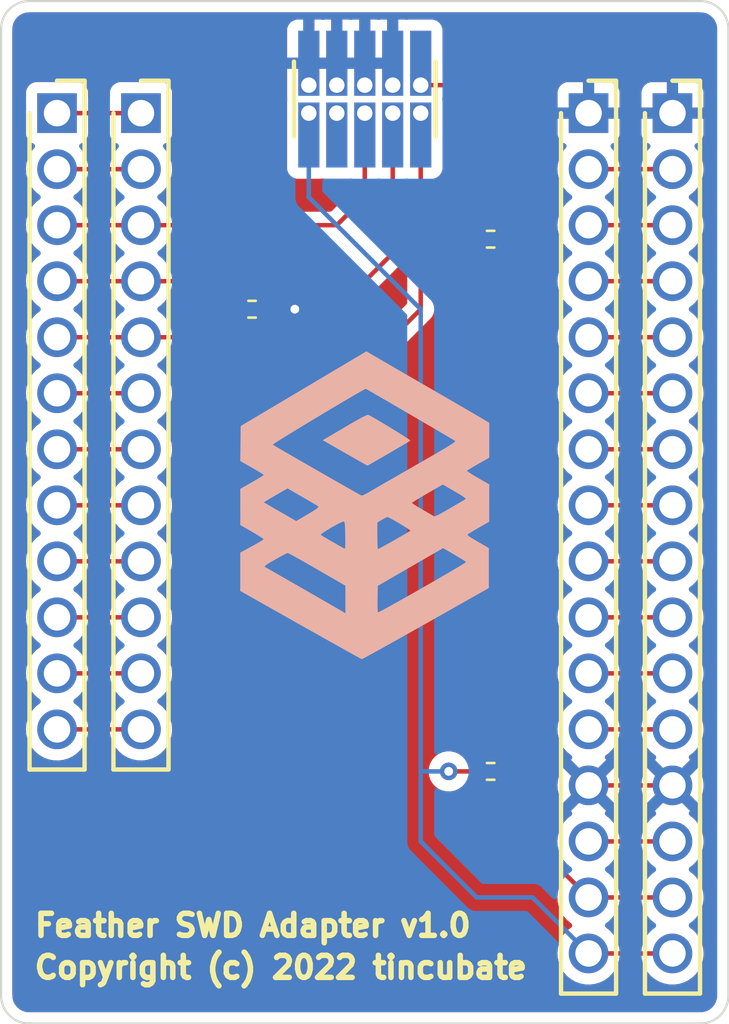
<source format=kicad_pcb>
(kicad_pcb (version 20211014) (generator pcbnew)
  (title_block (title "Feather SWD Adapter") (date "2022-10-18") (rev "0.1") (company "tincubate") (comment 1 "Designed by: Joe Deu-Ngoc"))
  (layers (0 "F.Cu" signal) (31 "B.Cu" signal) (34 "B.Paste" user) (35 "F.Paste" user) (36 "B.SilkS" user "B.Silkscreen") (37 "F.SilkS" user "F.Silkscreen") (38 "B.Mask" user) (39 "F.Mask" user) (44 "Edge.Cuts" user))
  (net 0 "")
  (net 1 "+3.3V")
  (net 2 "SWDIO")
  (net 3 "GND")
  (net 4 "SWDCK")
  (net 5 "SWO")
  (net 7 "Net-(J100-Pad10)")
  (net 8 "Net-(J101-Pad1)")
  (net 9 "Net-(J101-Pad2)")
  (net 10 "Net-(J101-Pad8)")
  (net 11 "Net-(J101-Pad9)")
  (net 12 "Net-(J101-Pad6)")
  (net 13 "Net-(J101-Pad7)")
  (net 14 "Net-(J101-Pad11)")
  (net 15 "Net-(J101-Pad12)")
  (net 16 "Net-(J103-Pad3)")
  (net 17 "Net-(J103-Pad5)")
  (net 18 "Net-(J103-Pad6)")
  (net 19 "Net-(J103-Pad7)")
  (net 20 "Net-(J103-Pad8)")
  (net 21 "Net-(J103-Pad9)")
  (net 22 "Net-(J103-Pad10)")
  (net 23 "Net-(J103-Pad11)")
  (net 24 "Net-(J103-Pad12)")
  (net 25 "Net-(J101-Pad10)")
  (net 26 "Net-(J103-Pad2)")
  (net 27 "Net-(J103-Pad4)")
  (net 28 "Net-(J103-Pad14)")
  (footprint "Tincubate_Footprints:CONN_SWD_SMT_TH" (layer "F.Cu") (at 145.415 80.645 180)
    (fp_text reference "J100" hide)
    (fp_text value "M50-3600542R" hide)
    (fp_line (start -3.215 1.7) (end -3.215 -1.7) (layer "F.SilkS") (width 0.2))
    (fp_line (start 3.215 1.7) (end 3.215 -1.7) (layer "F.SilkS") (width 0.2))
    (pad "1" thru_hole rect (at -2.54 0.635 180) (size 0.96 2.945) (drill 0.7 (offset 0 0.9925)) (layers *.Cu *.Paste *.Mask) (net 1 "+3.3V"))
    (pad "2" thru_hole rect (at -2.54 -0.635 180) (size 0.96 2.945) (drill 0.7 (offset 0 -0.9925)) (layers *.Cu *.Paste *.Mask) (net 2 "SWDIO"))
    (pad "3" thru_hole rect (at -1.27 0.635 180) (size 0.96 2.945) (drill 0.7 (offset 0 0.9925)) (layers *.Cu *.Paste *.Mask) (net 3 "GND"))
    (pad "4" thru_hole rect (at -1.27 -0.635 180) (size 0.96 2.945) (drill 0.7 (offset 0 -0.9925)) (layers *.Cu *.Paste *.Mask) (net 4 "SWDCK"))
    (pad "5" thru_hole rect (at 0 0.635 180) (size 0.96 2.945) (drill 0.7 (offset 0 0.9925)) (layers *.Cu *.Paste *.Mask) (net 3 "GND"))
    (pad "6" thru_hole rect (at 0 -0.635 180) (size 0.96 2.945) (drill 0.7 (offset 0 -0.9925)) (layers *.Cu *.Paste *.Mask) (net 5 "SWO"))
    (pad "7" thru_hole rect (at 1.27 0.635 180) (size 0.96 2.945) (drill 0.7 (offset 0 0.9925)) (layers *.Cu *.Paste *.Mask) (net 3 "GND"))
    (pad "8" thru_hole rect (at 1.27 -0.635 180) (size 0.96 2.945) (drill 0.7 (offset 0 -0.9925)) (layers *.Cu *.Paste *.Mask))
    (pad "9" thru_hole rect (at 2.54 0.635 180) (size 0.96 2.945) (drill 0.7 (offset 0 0.9925)) (layers *.Cu *.Paste *.Mask) (net 3 "GND"))
    (pad "10" thru_hole rect (at 2.54 -0.635 180) (size 0.96 2.945) (drill 0.7 (offset 0 -0.9925)) (layers *.Cu *.Paste *.Mask) (net 7 "Net-(J100-Pad10)"))
  )
  (footprint "Resistor_SMD:R_0402_1005Metric_Pad0.72x0.64mm_HandSolder" (layer "F.Cu") (at 151.13 86.995)
    (fp_text reference "R101" hide)
    (fp_text value "100k" hide)
    (fp_line (start -0.167621 -0.38) (end 0.167621 -0.38) (layer "F.SilkS") (width 0.12))
    (fp_line (start -0.167621 0.38) (end 0.167621 0.38) (layer "F.SilkS") (width 0.12))
    (pad "1" smd roundrect (at -0.5975 0) (size 0.715 0.64) (layers "F.Cu" "F.Paste" "F.Mask") (net 2 "SWDIO"))
    (pad "2" smd roundrect (at 0.5975 0) (size 0.715 0.64) (layers "F.Cu" "F.Paste" "F.Mask") (net 1 "+3.3V"))
  )
  (footprint "Resistor_SMD:R_0402_1005Metric_Pad0.72x0.64mm_HandSolder" (layer "F.Cu") (at 151.13 111.125)
    (fp_text reference "R102" hide)
    (fp_text value "100k" hide)
    (fp_line (start -0.167621 -0.38) (end 0.167621 -0.38) (layer "F.SilkS") (width 0.12))
    (fp_line (start -0.167621 0.38) (end 0.167621 0.38) (layer "F.SilkS") (width 0.12))
    (pad "1" smd roundrect (at -0.5975 0) (size 0.715 0.64) (layers "F.Cu" "F.Paste" "F.Mask") (net 7 "Net-(J100-Pad10)"))
    (pad "2" smd roundrect (at 0.5975 0) (size 0.715 0.64) (layers "F.Cu" "F.Paste" "F.Mask") (net 1 "+3.3V"))
  )
  (footprint "Tincubate_Footprints:CONN_HDR_16M" (layer "F.Cu") (at 159.385 81.28 -90)
    (fp_text reference "J104" hide)
    (fp_text value "CONN_HDR_1x16" hide)
    (fp_line (start 0 1.25) (end 39.92 1.25) (layer "F.SilkS") (width 0.2))
    (fp_line (start -1.47 -1.25) (end -1.47 0) (layer "F.SilkS") (width 0.2))
    (fp_line (start 39.92 -1.25) (end -1.47 -1.25) (layer "F.SilkS") (width 0.2))
    (fp_line (start 39.92 1.25) (end 39.92 -1.25) (layer "F.SilkS") (width 0.2))
    (pad "1" thru_hole rect (at 0 0 270) (size 1.8 1.8) (drill 1.2) (layers *.Cu *.Mask) (net 3 "GND"))
    (pad "2" thru_hole circle (at 2.54 0 270) (size 1.8 1.8) (drill 1.2) (layers *.Cu *.Mask) (net 26 "Net-(J103-Pad2)"))
    (pad "3" thru_hole circle (at 5.08 0 270) (size 1.8 1.8) (drill 1.2) (layers *.Cu *.Mask) (net 16 "Net-(J103-Pad3)"))
    (pad "4" thru_hole circle (at 7.62 0 270) (size 1.8 1.8) (drill 1.2) (layers *.Cu *.Mask) (net 27 "Net-(J103-Pad4)"))
    (pad "5" thru_hole circle (at 10.16 0 270) (size 1.8 1.8) (drill 1.2) (layers *.Cu *.Mask) (net 17 "Net-(J103-Pad5)"))
    (pad "6" thru_hole circle (at 12.7 0 270) (size 1.8 1.8) (drill 1.2) (layers *.Cu *.Mask) (net 18 "Net-(J103-Pad6)"))
    (pad "7" thru_hole circle (at 15.24 0 270) (size 1.8 1.8) (drill 1.2) (layers *.Cu *.Mask) (net 19 "Net-(J103-Pad7)"))
    (pad "8" thru_hole circle (at 17.78 0 270) (size 1.8 1.8) (drill 1.2) (layers *.Cu *.Mask) (net 20 "Net-(J103-Pad8)"))
    (pad "9" thru_hole circle (at 20.32 0 270) (size 1.8 1.8) (drill 1.2) (layers *.Cu *.Mask) (net 21 "Net-(J103-Pad9)"))
    (pad "10" thru_hole circle (at 22.86 0 270) (size 1.8 1.8) (drill 1.2) (layers *.Cu *.Mask) (net 22 "Net-(J103-Pad10)"))
    (pad "11" thru_hole circle (at 25.4 0 270) (size 1.8 1.8) (drill 1.2) (layers *.Cu *.Mask) (net 23 "Net-(J103-Pad11)"))
    (pad "12" thru_hole circle (at 27.94 0 270) (size 1.8 1.8) (drill 1.2) (layers *.Cu *.Mask) (net 24 "Net-(J103-Pad12)"))
    (pad "13" thru_hole circle (at 30.48 0 270) (size 1.8 1.8) (drill 1.2) (layers *.Cu *.Mask) (net 3 "GND"))
    (pad "14" thru_hole circle (at 33.02 0 270) (size 1.8 1.8) (drill 1.2) (layers *.Cu *.Mask) (net 28 "Net-(J103-Pad14)"))
    (pad "15" thru_hole circle (at 35.56 0 270) (size 1.8 1.8) (drill 1.2) (layers *.Cu *.Mask) (net 1 "+3.3V"))
    (pad "16" thru_hole circle (at 38.1 0 270) (size 1.8 1.8) (drill 1.2) (layers *.Cu *.Mask) (net 7 "Net-(J100-Pad10)"))
  )
  (footprint "Tincubate_Footprints:CONN_HDR_16F" (layer "F.Cu") (at 155.575 81.28 -90)
    (fp_text reference "J103" hide)
    (fp_text value "CONN_HDR_1x16" hide)
    (fp_line (start -1.47 -1.25) (end -1.47 0) (layer "F.SilkS") (width 0.2))
    (fp_line (start 39.92 -1.25) (end -1.47 -1.25) (layer "F.SilkS") (width 0.2))
    (fp_line (start 0 1.25) (end 39.92 1.25) (layer "F.SilkS") (width 0.2))
    (fp_line (start 39.92 1.25) (end 39.92 -1.25) (layer "F.SilkS") (width 0.2))
    (pad "1" thru_hole rect (at 0 0 270) (size 1.8 1.8) (drill 1.2) (layers *.Cu *.Mask) (net 3 "GND"))
    (pad "2" thru_hole circle (at 2.54 0 270) (size 1.8 1.8) (drill 1.2) (layers *.Cu *.Mask) (net 26 "Net-(J103-Pad2)"))
    (pad "3" thru_hole circle (at 5.08 0 270) (size 1.8 1.8) (drill 1.2) (layers *.Cu *.Mask) (net 16 "Net-(J103-Pad3)"))
    (pad "4" thru_hole circle (at 7.62 0 270) (size 1.8 1.8) (drill 1.2) (layers *.Cu *.Mask) (net 27 "Net-(J103-Pad4)"))
    (pad "5" thru_hole circle (at 10.16 0 270) (size 1.8 1.8) (drill 1.2) (layers *.Cu *.Mask) (net 17 "Net-(J103-Pad5)"))
    (pad "6" thru_hole circle (at 12.7 0 270) (size 1.8 1.8) (drill 1.2) (layers *.Cu *.Mask) (net 18 "Net-(J103-Pad6)"))
    (pad "7" thru_hole circle (at 15.24 0 270) (size 1.8 1.8) (drill 1.2) (layers *.Cu *.Mask) (net 19 "Net-(J103-Pad7)"))
    (pad "8" thru_hole circle (at 17.78 0 270) (size 1.8 1.8) (drill 1.2) (layers *.Cu *.Mask) (net 20 "Net-(J103-Pad8)"))
    (pad "9" thru_hole circle (at 20.32 0 270) (size 1.8 1.8) (drill 1.2) (layers *.Cu *.Mask) (net 21 "Net-(J103-Pad9)"))
    (pad "10" thru_hole circle (at 22.86 0 270) (size 1.8 1.8) (drill 1.2) (layers *.Cu *.Mask) (net 22 "Net-(J103-Pad10)"))
    (pad "11" thru_hole circle (at 25.4 0 270) (size 1.8 1.8) (drill 1.2) (layers *.Cu *.Mask) (net 23 "Net-(J103-Pad11)"))
    (pad "12" thru_hole circle (at 27.94 0 270) (size 1.8 1.8) (drill 1.2) (layers *.Cu *.Mask) (net 24 "Net-(J103-Pad12)"))
    (pad "13" thru_hole circle (at 30.48 0 270) (size 1.8 1.8) (drill 1.2) (layers *.Cu *.Mask) (net 3 "GND"))
    (pad "14" thru_hole circle (at 33.02 0 270) (size 1.8 1.8) (drill 1.2) (layers *.Cu *.Mask) (net 28 "Net-(J103-Pad14)"))
    (pad "15" thru_hole circle (at 35.56 0 270) (size 1.8 1.8) (drill 1.2) (layers *.Cu *.Mask) (net 1 "+3.3V"))
    (pad "16" thru_hole circle (at 38.1 0 270) (size 1.8 1.8) (drill 1.2) (layers *.Cu *.Mask) (net 7 "Net-(J100-Pad10)"))
  )
  (footprint "Resistor_SMD:R_0402_1005Metric_Pad0.72x0.64mm_HandSolder" (layer "F.Cu") (at 140.2975 90.17 180)
    (fp_text reference "R100" hide)
    (fp_text value "100k" hide)
    (fp_line (start -0.167621 -0.38) (end 0.167621 -0.38) (layer "F.SilkS") (width 0.12))
    (fp_line (start -0.167621 0.38) (end 0.167621 0.38) (layer "F.SilkS") (width 0.12))
    (pad "1" smd roundrect (at -0.5975 0 180) (size 0.715 0.64) (layers "F.Cu" "F.Paste" "F.Mask") (net 3 "GND"))
    (pad "2" smd roundrect (at 0.5975 0 180) (size 0.715 0.64) (layers "F.Cu" "F.Paste" "F.Mask") (net 4 "SWDCK"))
  )
  (footprint "Tincubate_Footprints:CONN_HDR_12F" (layer "F.Cu") (at 135.255 81.28 -90)
    (fp_text reference "J101" hide)
    (fp_text value "CONN_HDR_1x12" hide)
    (fp_line (start -1.47 -1.25) (end -1.47 0) (layer "F.SilkS") (width 0.2))
    (fp_line (start 0 1.25) (end 29.76 1.25) (layer "F.SilkS") (width 0.2))
    (fp_line (start 29.76 -1.25) (end -1.47 -1.25) (layer "F.SilkS") (width 0.2))
    (fp_line (start 29.76 1.25) (end 29.76 -1.25) (layer "F.SilkS") (width 0.2))
    (pad "1" thru_hole rect (at 0 0 270) (size 1.8 1.8) (drill 1.2) (layers *.Cu *.Mask) (net 8 "Net-(J101-Pad1)"))
    (pad "2" thru_hole circle (at 2.54 0 270) (size 1.8 1.8) (drill 1.2) (layers *.Cu *.Mask) (net 9 "Net-(J101-Pad2)"))
    (pad "3" thru_hole circle (at 5.08 0 270) (size 1.8 1.8) (drill 1.2) (layers *.Cu *.Mask) (net 5 "SWO"))
    (pad "4" thru_hole circle (at 7.62 0 270) (size 1.8 1.8) (drill 1.2) (layers *.Cu *.Mask) (net 4 "SWDCK"))
    (pad "5" thru_hole circle (at 10.16 0 270) (size 1.8 1.8) (drill 1.2) (layers *.Cu *.Mask) (net 2 "SWDIO"))
    (pad "6" thru_hole circle (at 12.7 0 270) (size 1.8 1.8) (drill 1.2) (layers *.Cu *.Mask) (net 12 "Net-(J101-Pad6)"))
    (pad "7" thru_hole circle (at 15.24 0 270) (size 1.8 1.8) (drill 1.2) (layers *.Cu *.Mask) (net 13 "Net-(J101-Pad7)"))
    (pad "8" thru_hole circle (at 17.78 0 270) (size 1.8 1.8) (drill 1.2) (layers *.Cu *.Mask) (net 10 "Net-(J101-Pad8)"))
    (pad "9" thru_hole circle (at 20.32 0 270) (size 1.8 1.8) (drill 1.2) (layers *.Cu *.Mask) (net 11 "Net-(J101-Pad9)"))
    (pad "10" thru_hole circle (at 22.86 0 270) (size 1.8 1.8) (drill 1.2) (layers *.Cu *.Mask) (net 25 "Net-(J101-Pad10)"))
    (pad "11" thru_hole circle (at 25.4 0 270) (size 1.8 1.8) (drill 1.2) (layers *.Cu *.Mask) (net 14 "Net-(J101-Pad11)"))
    (pad "12" thru_hole circle (at 27.94 0 270) (size 1.8 1.8) (drill 1.2) (layers *.Cu *.Mask) (net 15 "Net-(J101-Pad12)"))
  )
  (footprint "Tincubate_Footprints:CONN_HDR_12M" (layer "F.Cu") (at 131.445 81.28 -90)
    (fp_text reference "J102" hide)
    (fp_text value "CONN_HDR_1x12" hide)
    (fp_line (start 0 1.25) (end 29.76 1.25) (layer "F.SilkS") (width 0.2))
    (fp_line (start 29.76 1.25) (end 29.76 -1.25) (layer "F.SilkS") (width 0.2))
    (fp_line (start -1.47 -1.25) (end -1.47 0) (layer "F.SilkS") (width 0.2))
    (fp_line (start 29.76 -1.25) (end -1.47 -1.25) (layer "F.SilkS") (width 0.2))
    (pad "1" thru_hole rect (at 0 0 270) (size 1.8 1.8) (drill 1.2) (layers *.Cu *.Mask) (net 8 "Net-(J101-Pad1)"))
    (pad "2" thru_hole circle (at 2.54 0 270) (size 1.8 1.8) (drill 1.2) (layers *.Cu *.Mask) (net 9 "Net-(J101-Pad2)"))
    (pad "3" thru_hole circle (at 5.08 0 270) (size 1.8 1.8) (drill 1.2) (layers *.Cu *.Mask) (net 5 "SWO"))
    (pad "4" thru_hole circle (at 7.62 0 270) (size 1.8 1.8) (drill 1.2) (layers *.Cu *.Mask) (net 4 "SWDCK"))
    (pad "5" thru_hole circle (at 10.16 0 270) (size 1.8 1.8) (drill 1.2) (layers *.Cu *.Mask) (net 2 "SWDIO"))
    (pad "6" thru_hole circle (at 12.7 0 270) (size 1.8 1.8) (drill 1.2) (layers *.Cu *.Mask) (net 12 "Net-(J101-Pad6)"))
    (pad "7" thru_hole circle (at 15.24 0 270) (size 1.8 1.8) (drill 1.2) (layers *.Cu *.Mask) (net 13 "Net-(J101-Pad7)"))
    (pad "8" thru_hole circle (at 17.78 0 270) (size 1.8 1.8) (drill 1.2) (layers *.Cu *.Mask) (net 10 "Net-(J101-Pad8)"))
    (pad "9" thru_hole circle (at 20.32 0 270) (size 1.8 1.8) (drill 1.2) (layers *.Cu *.Mask) (net 11 "Net-(J101-Pad9)"))
    (pad "10" thru_hole circle (at 22.86 0 270) (size 1.8 1.8) (drill 1.2) (layers *.Cu *.Mask) (net 25 "Net-(J101-Pad10)"))
    (pad "11" thru_hole circle (at 25.4 0 270) (size 1.8 1.8) (drill 1.2) (layers *.Cu *.Mask) (net 14 "Net-(J101-Pad11)"))
    (pad "12" thru_hole circle (at 27.94 0 270) (size 1.8 1.8) (drill 1.2) (layers *.Cu *.Mask) (net 15 "Net-(J101-Pad12)"))
  )
  (footprint "Tincubate_Footprints:tincubate_large" (layer "B.Cu") (at 145.415 99.06 180)
    (fp_text reference "G***" hide)
    (fp_text value "LOGO" hide)
    (fp_poly (pts (xy -0.097804 4.093011) (xy 0.014555 4.041723) (xy 0.18389 3.953674) (xy 0.4064 3.830893) (xy 0.678286 3.675407) (xy 0.910318 3.53973) (xy 1.909342 2.950901) (xy 0.89746 2.373044) (xy 0.645523 2.229371) (xy 0.415852 2.09878) (xy 0.216582 1.985867) (xy 0.055847 1.895225) (xy -0.058218 1.83145) (xy -0.11748 1.799136) (xy -0.124054 1.796049) (xy -0.15824 1.814663) (xy -0.250134 1.866849) (xy -0.391387 1.947808) (xy -0.573651 2.052742) (xy -0.78858 2.176851) (xy -1.027825 2.315336) (xy -1.085608 2.34883) (xy -1.330937 2.491538) (xy -1.55512 2.622839) (xy -1.749509 2.737597) (xy -1.905456 2.830676) (xy -2.014314 2.89694) (xy -2.067435 2.931253) (xy -2.07068 2.933898) (xy -2.04585 2.958715) (xy -1.964789 3.016174) (xy -1.837208 3.100351) (xy -1.67282 3.205326) (xy -1.481335 3.325174) (xy -1.272466 3.453975) (xy -1.055924 3.585807) (xy -0.84142 3.714746) (xy -0.638667 3.834871) (xy -0.457376 3.940259) (xy -0.307259 4.024988) (xy -0.198027 4.083137) (xy -0.149391 4.10551)) (layer "B.SilkS") (width 0) (fill solid))
    (fp_poly (pts (xy 2.780311 5.287698) (xy 5.633834 3.594139) (xy 5.642696 2.799701) (xy 5.651557 2.005263) (xy 5.117508 1.701488) (xy 4.937296 1.597638) (xy 4.783049 1.506187) (xy 4.665919 1.433955) (xy 4.597055 1.38776) (xy 4.583458 1.37492) (xy 4.614944 1.349341) (xy 4.701969 1.293315) (xy 4.833381 1.213653) (xy 4.99803 1.117165) (xy 5.117913 1.04847) (xy 5.652367 0.744812) (xy 5.651391 -0.076391) (xy 5.650414 -0.897594) (xy 5.117271 -1.203158) (xy 4.938158 -1.308228) (xy 4.786079 -1.402061) (xy 4.671905 -1.477572) (xy 4.606509 -1.527676) (xy 4.595324 -1.543316) (xy 4.631158 -1.572529) (xy 4.722691 -1.63047) (xy 4.858116 -1.710109) (xy 5.025625 -1.804419) (xy 5.129727 -1.861392) (xy 5.652932 -2.144875) (xy 5.652932 -3.88534) (xy 2.915445 -5.428008) (xy 2.493993 -5.665314) (xy 2.091373 -5.891635) (xy 1.71259 -6.104178) (xy 1.362652 -6.300153) (xy 1.046565 -6.476767) (xy 0.769335 -6.63123) (xy 0.535969 -6.76075) (xy 0.351473 -6.862535) (xy 0.220855 -6.933794) (xy 0.149119 -6.971735) (xy 0.136723 -6.977374) (xy 0.097988 -6.960022) (xy -0.002326 -6.907717) (xy -0.159335 -6.823165) (xy -0.368154 -6.709072) (xy -0.6239 -6.568142) (xy -0.921688 -6.403083) (xy -1.256633 -6.2166) (xy -1.623851 -6.011399) (xy -2.018459 -5.790184) (xy -2.43557 -5.555663) (xy -2.769173 -5.367623) (xy -3.606305 -4.895253) (xy 0.878496 -4.895253) (xy 1.002631 -4.820153) (xy 1.059724 -4.786634) (xy 1.176189 -4.719106) (xy 1.345121 -4.621544) (xy 1.559614 -4.497925) (xy 1.812765 -4.352224) (xy 2.097667 -4.188419) (xy 2.407416 -4.010485) (xy 2.735107 -3.822398) (xy 2.788271 -3.791898) (xy 3.115958 -3.603955) (xy 3.425047 -3.426758) (xy 3.708907 -3.264103) (xy 3.960911 -3.119784) (xy 4.174429 -2.997596) (xy 4.342832 -2.901333) (xy 4.459492 -2.834791) (xy 4.517779 -2.801764) (xy 4.521693 -2.799599) (xy 4.540859 -2.780026) (xy 4.529833 -2.751974) (xy 4.480913 -2.709691) (xy 4.386397 -2.647424) (xy 4.238584 -2.559418) (xy 4.073268 -2.464617) (xy 3.891344 -2.362601) (xy 3.730561 -2.275097) (xy 3.603553 -2.208773) (xy 3.522956 -2.170303) (xy 3.502803 -2.163412) (xy 3.459627 -2.180782) (xy 3.357946 -2.232601) (xy 3.205197 -2.314756) (xy 3.008816 -2.423132) (xy 2.776242 -2.553617) (xy 2.514912 -2.702096) (xy 2.232264 -2.864457) (xy 2.16584 -2.902857) (xy 0.878999 -3.647669) (xy 0.878748 -4.271461) (xy 0.878496 -4.895253) (xy -3.606305 -4.895253) (xy -5.633835 -3.751175) (xy -5.633835 -2.572823) (xy -4.597254 -2.572823) (xy -4.566424 -2.59792) (xy -4.475928 -2.656235) (xy -4.332776 -2.743768) (xy -4.143976 -2.856517) (xy -3.916538 -2.990483) (xy -3.65747 -3.141664) (xy -3.373781 -3.306062) (xy -3.07248 -3.479675) (xy -2.760576 -3.658502) (xy -2.445078 -3.838544) (xy -2.132995 -4.0158) (xy -1.831336 -4.18627) (xy -1.54711 -4.345953) (xy -1.287326 -4.490849) (xy -1.058992 -4.616957) (xy -0.869118 -4.720277) (xy -0.724713 -4.796809) (xy -0.632785 -4.842552) (xy -0.600549 -4.853972) (xy -0.590936 -4.807859) (xy -0.584018 -4.699285) (xy -0.580226 -4.542147) (xy -0.579994 -4.350339) (xy -0.581451 -4.239971) (xy -0.59203 -3.654094) (xy -2.074074 -2.798221) (xy -3.556118 -1.942349) (xy -4.074034 -2.243419) (xy -4.251449 -2.348082) (xy -4.403369 -2.440617) (xy -4.5184 -2.51385) (xy -4.585145 -2.560607) (xy -4.597254 -2.572823) (xy -5.633835 -2.572823) (xy -5.633835 -1.939251) (xy -5.128862 -1.647595) (xy -4.93612 -1.535149) (xy -4.802118 -1.453295) (xy -4.718718 -1.395708) (xy -4.677782 -1.356062) (xy -4.671174 -1.328031) (xy -4.689614 -1.306146) (xy -4.746294 -1.269215) (xy -4.854859 -1.203412) (xy -4.939939 -1.153252) (xy -2.069649 -1.153252) (xy -2.02816 -1.181031) (xy -1.932718 -1.23853) (xy -1.795187 -1.31903) (xy -1.627428 -1.415809) (xy -1.441303 -1.522148) (xy -1.248675 -1.631327) (xy -1.061404 -1.736627) (xy -0.891353 -1.831326) (xy -0.750385 -1.908705) (xy -0.65036 -1.962043) (xy -0.603141 -1.984622) (xy -0.601579 -1.984945) (xy -0.591842 -1.949329) (xy -0.583524 -1.850168) (xy -0.579847 -1.762518) (xy 0.883066 -1.762518) (xy 0.886288 -1.870709) (xy 0.894326 -1.933013) (xy 0.908172 -1.95959) (xy 0.928822 -1.9606) (xy 0.944383 -1.953435) (xy 1.000934 -1.921881) (xy 1.109726 -1.860227) (xy 1.256768 -1.776435) (xy 1.428067 -1.678465) (xy 1.489624 -1.643182) (xy 1.662335 -1.543316) (xy 1.811679 -1.455424) (xy 1.924886 -1.387137) (xy 1.989192 -1.346084) (xy 1.998072 -1.339289) (xy 1.978957 -1.310745) (xy 1.905422 -1.254575) (xy 1.790763 -1.178518) (xy 1.648273 -1.090311) (xy 1.491245 -0.997693) (xy 1.332974 -0.908403) (xy 1.186752 -0.830179) (xy 1.065873 -0.77076) (xy 0.983632 -0.737884) (xy 0.958437 -0.734104) (xy 0.935327 -0.747891) (xy 0.918265 -0.786136) (xy 0.906057 -0.859439) (xy 0.897511 -0.978402) (xy 0.891432 -1.153627) (xy 0.88709 -1.367829) (xy 0.883664 -1.598278) (xy 0.883066 -1.762518) (xy -0.579847 -1.762518) (xy -0.577238 -1.700306) (xy -0.573595 -1.512585) (xy -0.572932 -1.383961) (xy -0.572932 -0.781757) (xy -0.779428 -0.658247) (xy -0.894232 -0.593481) (xy -0.985975 -0.548761) (xy -1.029554 -0.534737) (xy -1.080868 -0.552774) (xy -1.17909 -0.601618) (xy -1.310935 -0.673369) (xy -1.463119 -0.760129) (xy -1.622359 -0.853998) (xy -1.775371 -0.947076) (xy -1.908871 -1.031464) (xy -2.009576 -1.099263) (xy -2.064202 -1.142572) (xy -2.069649 -1.153252) (xy -4.939939 -1.153252) (xy -5.000686 -1.117438) (xy -5.169149 -1.019999) (xy -5.203078 -1.000582) (xy -5.650818 -0.744812) (xy -5.652111 0.291681) (xy -4.581803 0.291681) (xy -4.576868 0.281111) (xy -4.529493 0.252619) (xy -4.426892 0.192153) (xy -4.27992 0.106066) (xy -4.09943 0.000714) (xy -3.896274 -0.117548) (xy -3.857745 -0.139944) (xy -3.628103 -0.272495) (xy -3.454636 -0.369843) (xy -3.328097 -0.436226) (xy -3.239238 -0.475882) (xy -3.178811 -0.493049) (xy -3.13757 -0.491965) (xy -3.112932 -0.481275) (xy -3.052283 -0.445145) (xy -2.940354 -0.379601) (xy -2.792067 -0.293341) (xy -2.622346 -0.195065) (xy -2.587745 -0.175081) (xy -2.425891 -0.079903) (xy 2.10777 -0.079903) (xy 2.145508 -0.122162) (xy 2.230605 -0.18543) (xy 2.369586 -0.274514) (xy 2.568975 -0.39422) (xy 2.588311 -0.405604) (xy 3.112932 -0.714125) (xy 3.227519 -0.647632) (xy 3.297142 -0.607391) (xy 3.419923 -0.536587) (xy 3.582804 -0.442744) (xy 3.772725 -0.333388) (xy 3.953233 -0.229502) (xy 4.147103 -0.11775) (xy 4.316778 -0.019561) (xy 4.451694 0.058918) (xy 4.541285 0.111544) (xy 4.574931 0.132114) (xy 4.547256 0.153454) (xy 4.463958 0.206107) (xy 4.335775 0.283553) (xy 4.173448 0.379271) (xy 4.046901 0.452705) (xy 3.508301 0.763317) (xy 2.833173 0.376355) (xy 2.625786 0.256718) (xy 2.439482 0.147789) (xy 2.285065 0.056002) (xy 2.173338 -0.012209) (xy 2.115106 -0.050408) (xy 2.110867 -0.053845) (xy 2.10777 -0.079903) (xy -2.425891 -0.079903) (xy -2.423757 -0.078648) (xy -2.286768 0.005273) (xy -2.188866 0.069019) (xy -2.14214 0.104925) (xy -2.139866 0.108844) (xy -2.171733 0.134425) (xy -2.260304 0.191855) (xy -2.395886 0.275209) (xy -2.568787 0.378562) (xy -2.769311 0.495988) (xy -2.84124 0.537593) (xy -3.541696 0.941502) (xy -4.084633 0.627615) (xy -4.303863 0.498034) (xy -4.457756 0.400291) (xy -4.549379 0.332227) (xy -4.581803 0.291681) (xy -5.652111 0.291681) (xy -5.652932 0.95028) (xy -5.137635 1.243249) (xy -4.962299 1.345371) (xy -4.814946 1.435867) (xy -4.706451 1.50768) (xy -4.647688 1.55375) (xy -4.640667 1.565877) (xy -4.678777 1.59421) (xy -4.771463 1.652403) (xy -4.906572 1.733121) (xy -5.071955 1.829033) (xy -5.155831 1.87679) (xy -5.652667 2.158045) (xy -5.652793 2.908032) (xy -4.103181 2.908032) (xy -4.089796 2.885074) (xy -4.051429 2.85036) (xy -3.983444 2.801027) (xy -3.881205 2.734207) (xy -3.740076 2.647038) (xy -3.555422 2.536653) (xy -3.322606 2.400187) (xy -3.036993 2.234776) (xy -2.693946 2.037554) (xy -2.301031 1.81263) (xy -1.946214 1.609647) (xy -1.603902 1.413528) (xy -1.281215 1.228369) (xy -0.98527 1.058268) (xy -0.723187 0.907324) (xy -0.502083 0.779635) (xy -0.329076 0.679296) (xy -0.211285 0.610407) (xy -0.17188 0.586965) (xy -0.041277 0.51388) (xy 0.068737 0.462742) (xy 0.139055 0.442124) (xy 0.149009 0.442982) (xy 0.191014 0.464665) (xy 0.293293 0.521038) (xy 0.44989 0.608725) (xy 0.654848 0.72435) (xy 0.902209 0.864539) (xy 1.186016 1.025916) (xy 1.500313 1.205104) (xy 1.839144 1.398728) (xy 2.17337 1.590125) (xy 2.52917 1.794264) (xy 2.865354 1.987502) (xy 3.176041 2.166438) (xy 3.455354 2.327668) (xy 3.697413 2.467788) (xy 3.896339 2.583398) (xy 4.046253 2.671092) (xy 4.141275 2.727469) (xy 4.175307 2.748881) (xy 4.148433 2.772188) (xy 4.062338 2.830221) (xy 3.92366 2.919001) (xy 3.739038 3.034548) (xy 3.51511 3.172884) (xy 3.258515 3.33003) (xy 2.975892 3.502005) (xy 2.673878 3.684831) (xy 2.359112 3.874528) (xy 2.038232 4.067118) (xy 1.717877 4.25862) (xy 1.404686 4.445057) (xy 1.105297 4.622448) (xy 0.826348 4.786814) (xy 0.574477 4.934176) (xy 0.356324 5.060555) (xy 0.178527 5.161972) (xy 0.047723 5.234447) (xy -0.029448 5.274001) (xy -0.047622 5.280202) (xy -0.085194 5.259742) (xy -0.181743 5.204771) (xy -0.330303 5.119346) (xy -0.523912 5.007523) (xy -0.755604 4.873358) (xy -1.018415 4.720907) (xy -1.305381 4.554227) (xy -1.609538 4.377374) (xy -1.923921 4.194405) (xy -2.241567 4.009376) (xy -2.55551 3.826342) (xy -2.858788 3.649361) (xy -3.144434 3.482489) (xy -3.405486 3.329782) (xy -3.634979 3.195297) (xy -3.825948 3.083089) (xy -3.971429 2.997215) (xy -4.064459 2.941732) (xy -4.096219 2.922101) (xy -4.103181 2.908032) (xy -5.652793 2.908032) (xy -5.6528 2.949193) (xy -5.652932 3.740341) (xy -5.230049 3.99136) (xy -5.113283 4.060101) (xy -4.938556 4.16218) (xy -4.714109 4.292819) (xy -4.448181 4.447237) (xy -4.149012 4.620656) (xy -3.824842 4.808294) (xy -3.483912 5.005374) (xy -3.134462 5.207115) (xy -3.062455 5.248651) (xy -2.703559 5.455732) (xy -2.34437 5.66314) (xy -1.994258 5.865456) (xy -1.662593 6.057258) (xy -1.358746 6.233123) (xy -1.092088 6.387631) (xy -0.871989 6.51536) (xy -0.707821 6.610889) (xy -0.695479 6.61809) (xy -0.073213 6.981257)) (layer "B.SilkS") (width 0) (fill solid))
  )
  (gr_arc (start 128.905 77.47) (mid 129.276974 76.571974) (end 130.175 76.2) (layer "Edge.Cuts") (width 0.1))
  (gr_line (start 160.655 76.2) (end 130.175 76.2) (layer "Edge.Cuts") (width 0.1))
  (gr_arc (start 160.655 76.2) (mid 161.553026 76.571974) (end 161.925 77.47) (layer "Edge.Cuts") (width 0.1))
  (gr_line (start 128.905 77.47) (end 128.905 121.285) (layer "Edge.Cuts") (width 0.1))
  (gr_line (start 130.175 122.555) (end 160.655 122.555) (layer "Edge.Cuts") (width 0.1))
  (gr_arc (start 130.175 122.555) (mid 129.276974 122.183026) (end 128.905 121.285) (layer "Edge.Cuts") (width 0.1))
  (gr_line (start 161.925 121.285) (end 161.925 77.47) (layer "Edge.Cuts") (width 0.1))
  (gr_arc (start 161.925 121.285) (mid 161.553026 122.183026) (end 160.655 122.555) (layer "Edge.Cuts") (width 0.1))
  (gr_text "Feather SWD Adapter v1.0" (at 140.335 118.11) (layer "F.SilkS") (effects (font (size 1 1) (thickness 0.25))))
  (gr_text "Copyright (c) 2022 tincubate" (at 141.605 120.015) (layer "F.SilkS") (effects (font (size 1 1) (thickness 0.25))))
  (segment (start 151.7275 86.995) (end 153.035 86.995) (width 0.2032) (layer "F.Cu") (net 1))
  (segment (start 155.575 116.84) (end 153.035 114.3) (width 0.2032) (layer "F.Cu") (net 1))
  (segment (start 149.86 80.01) (end 147.955 80.01) (width 0.2032) (layer "F.Cu") (net 1))
  (segment (start 153.035 114.3) (end 153.035 83.185) (width 0.2032) (layer "F.Cu") (net 1))
  (segment (start 159.385 116.84) (end 155.575 116.84) (width 0.2032) (layer "F.Cu") (net 1))
  (segment (start 151.7275 111.125) (end 153.035 111.125) (width 0.2032) (layer "F.Cu") (net 1))
  (segment (start 153.035 83.185) (end 149.86 80.01) (width 0.2032) (layer "F.Cu") (net 1))
  (segment (start 147.955 90.17) (end 147.955 86.995) (width 0.2032) (layer "F.Cu") (net 2))
  (segment (start 135.255 91.44) (end 146.685 91.44) (width 0.2032) (layer "F.Cu") (net 2))
  (segment (start 147.955 86.995) (end 147.955 81.28) (width 0.2032) (layer "F.Cu") (net 2))
  (segment (start 150.5325 86.995) (end 147.955 86.995) (width 0.2032) (layer "F.Cu") (net 2))
  (segment (start 131.445 91.44) (end 135.255 91.44) (width 0.2032) (layer "F.Cu") (net 2))
  (segment (start 146.685 91.44) (end 147.955 90.17) (width 0.2032) (layer "F.Cu") (net 2))
  (segment (start 155.575 111.76) (end 159.385 111.76) (width 0.2032) (layer "F.Cu") (net 3))
  (segment (start 155.575 81.28) (end 159.385 81.28) (width 0.2032) (layer "F.Cu") (net 3))
  (via (at 142.24 90.17) (size 0.8) (drill 0.4) (layers "F.Cu" "B.Cu") (net 3))
  (segment (start 146.685 81.28) (end 146.685 87.63) (width 0.2032) (layer "F.Cu") (net 4))
  (segment (start 145.415 88.9) (end 146.685 87.63) (width 0.2032) (layer "F.Cu") (net 4))
  (segment (start 139.7 88.9) (end 139.7 90.1325) (width 0.2032) (layer "F.Cu") (net 4))
  (segment (start 135.255 88.9) (end 139.7 88.9) (width 0.2032) (layer "F.Cu") (net 4))
  (segment (start 139.7 88.9) (end 145.415 88.9) (width 0.2032) (layer "F.Cu") (net 4))
  (segment (start 131.445 88.9) (end 135.255 88.9) (width 0.2032) (layer "F.Cu") (net 4))
  (segment (start 144.145 86.36) (end 145.415 85.09) (width 0.2032) (layer "F.Cu") (net 5))
  (segment (start 135.255 86.36) (end 144.145 86.36) (width 0.2032) (layer "F.Cu") (net 5))
  (segment (start 131.445 86.36) (end 135.255 86.36) (width 0.2032) (layer "F.Cu") (net 5))
  (segment (start 145.415 85.09) (end 145.415 81.28) (width 0.2032) (layer "F.Cu") (net 5))
  (segment (start 159.385 119.38) (end 155.575 119.38) (width 0.2032) (layer "F.Cu") (net 7))
  (segment (start 149.225 111.125) (end 150.5325 111.125) (width 0.2032) (layer "F.Cu") (net 7))
  (via (at 149.225 111.125) (size 0.8) (drill 0.4) (layers "F.Cu" "B.Cu") (net 7))
  (segment (start 147.955 114.3) (end 150.495 116.84) (width 0.2032) (layer "B.Cu") (net 7))
  (segment (start 153.035 116.84) (end 155.575 119.38) (width 0.2032) (layer "B.Cu") (net 7))
  (segment (start 142.875 85.09) (end 147.955 90.17) (width 0.2032) (layer "B.Cu") (net 7))
  (segment (start 150.495 116.84) (end 153.035 116.84) (width 0.2032) (layer "B.Cu") (net 7))
  (segment (start 147.955 111.125) (end 147.955 114.3) (width 0.2032) (layer "B.Cu") (net 7))
  (segment (start 147.955 90.17) (end 147.955 111.125) (width 0.2032) (layer "B.Cu") (net 7))
  (segment (start 142.875 81.28) (end 142.875 85.09) (width 0.2032) (layer "B.Cu") (net 7))
  (segment (start 147.955 111.125) (end 149.225 111.125) (width 0.2032) (layer "B.Cu") (net 7))
  (segment (start 131.445 81.28) (end 135.255 81.28) (width 0.2032) (layer "F.Cu") (net 8))
  (segment (start 131.445 83.82) (end 135.255 83.82) (width 0.2032) (layer "F.Cu") (net 9))
  (segment (start 131.445 99.06) (end 135.255 99.06) (width 0.2032) (layer "F.Cu") (net 10))
  (segment (start 131.445 101.6) (end 135.255 101.6) (width 0.2032) (layer "F.Cu") (net 11))
  (segment (start 131.445 93.98) (end 135.255 93.98) (width 0.2032) (layer "F.Cu") (net 12))
  (segment (start 131.445 96.52) (end 135.255 96.52) (width 0.2032) (layer "F.Cu") (net 13))
  (segment (start 131.445 106.68) (end 135.255 106.68) (width 0.2032) (layer "F.Cu") (net 14))
  (segment (start 131.445 109.22) (end 135.255 109.22) (width 0.2032) (layer "F.Cu") (net 15))
  (segment (start 155.575 86.36) (end 159.385 86.36) (width 0.2032) (layer "F.Cu") (net 16))
  (segment (start 155.575 91.44) (end 159.385 91.44) (width 0.2032) (layer "F.Cu") (net 17))
  (segment (start 155.575 93.98) (end 159.385 93.98) (width 0.2032) (layer "F.Cu") (net 18))
  (segment (start 155.575 96.52) (end 159.385 96.52) (width 0.2032) (layer "F.Cu") (net 19))
  (segment (start 155.575 99.06) (end 159.385 99.06) (width 0.2032) (layer "F.Cu") (net 20))
  (segment (start 155.575 101.6) (end 159.385 101.6) (width 0.2032) (layer "F.Cu") (net 21))
  (segment (start 155.575 104.14) (end 159.385 104.14) (width 0.2032) (layer "F.Cu") (net 22))
  (segment (start 155.575 106.68) (end 159.385 106.68) (width 0.2032) (layer "F.Cu") (net 23))
  (segment (start 155.575 109.22) (end 159.385 109.22) (width 0.2032) (layer "F.Cu") (net 24))
  (segment (start 135.255 104.14) (end 131.445 104.14) (width 0.2032) (layer "F.Cu") (net 25))
  (segment (start 155.575 83.82) (end 159.385 83.82) (width 0.2032) (layer "F.Cu") (net 26))
  (segment (start 155.575 88.9) (end 159.385 88.9) (width 0.2032) (layer "F.Cu") (net 27))
  (segment (start 155.575 114.3) (end 159.385 114.3) (width 0.2032) (layer "F.Cu") (net 28))
  (zone (net 3) (net_name "GND") (layers F&B.Cu) (connect_pads (clearance 0.508)) (min_thickness 0.254) (fill yes (thermal_gap 0.508) (thermal_bridge_width 0.508) (smoothing fillet) (radius 1.27))
    (polygon (pts (xy 161.925 122.555) (xy 145.415 122.555) (xy 128.905 122.555) (xy 128.905 76.2) (xy 161.925 76.2)))
  )
)
</source>
